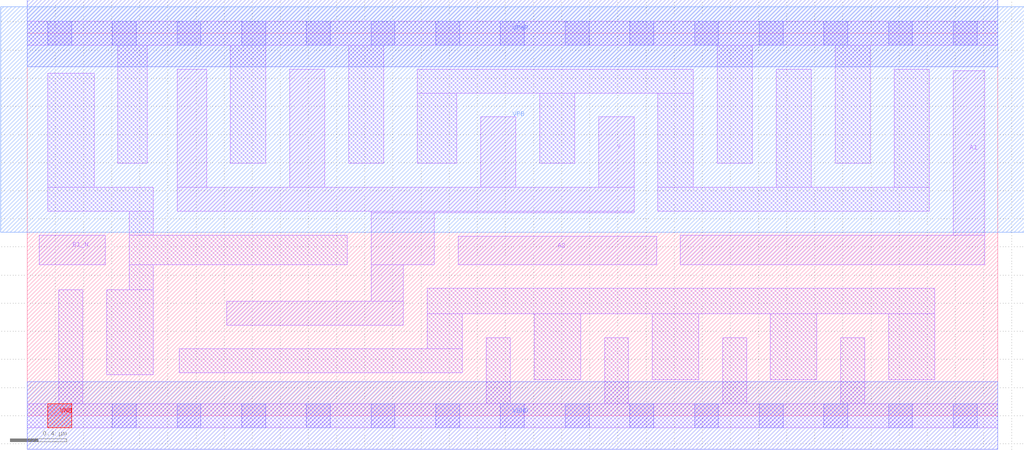
<source format=lef>
# Copyright 2020 The SkyWater PDK Authors
#
# Licensed under the Apache License, Version 2.0 (the "License");
# you may not use this file except in compliance with the License.
# You may obtain a copy of the License at
#
#     https://www.apache.org/licenses/LICENSE-2.0
#
# Unless required by applicable law or agreed to in writing, software
# distributed under the License is distributed on an "AS IS" BASIS,
# WITHOUT WARRANTIES OR CONDITIONS OF ANY KIND, either express or implied.
# See the License for the specific language governing permissions and
# limitations under the License.
#
# SPDX-License-Identifier: Apache-2.0

VERSION 5.7 ;
  NOWIREEXTENSIONATPIN ON ;
  DIVIDERCHAR "/" ;
  BUSBITCHARS "[]" ;
MACRO sky130_fd_sc_hd__o21bai_4
  CLASS CORE ;
  FOREIGN sky130_fd_sc_hd__o21bai_4 ;
  ORIGIN  0.000000  0.000000 ;
  SIZE  6.900000 BY  2.720000 ;
  SYMMETRY X Y R90 ;
  SITE unithd ;
  PIN A1
    ANTENNAGATEAREA  0.990000 ;
    DIRECTION INPUT ;
    USE SIGNAL ;
    PORT
      LAYER li1 ;
        RECT 4.645000 1.075000 6.810000 1.285000 ;
        RECT 6.585000 1.285000 6.810000 2.455000 ;
    END
  END A1
  PIN A2
    ANTENNAGATEAREA  0.990000 ;
    DIRECTION INPUT ;
    USE SIGNAL ;
    PORT
      LAYER li1 ;
        RECT 3.065000 1.075000 4.475000 1.275000 ;
    END
  END A2
  PIN B1_N
    ANTENNAGATEAREA  0.247500 ;
    DIRECTION INPUT ;
    USE SIGNAL ;
    PORT
      LAYER li1 ;
        RECT 0.085000 1.075000 0.555000 1.285000 ;
    END
  END B1_N
  PIN VNB
    PORT
      LAYER pwell ;
        RECT 0.145000 -0.085000 0.315000 0.085000 ;
    END
  END VNB
  PIN VPB
    PORT
      LAYER nwell ;
        RECT -0.190000 1.305000 7.090000 2.910000 ;
    END
  END VPB
  PIN Y
    ANTENNADIFFAREA  1.431000 ;
    DIRECTION OUTPUT ;
    USE SIGNAL ;
    PORT
      LAYER li1 ;
        RECT 1.065000 1.455000 4.315000 1.625000 ;
        RECT 1.065000 1.625000 1.275000 2.465000 ;
        RECT 1.420000 0.645000 2.675000 0.815000 ;
        RECT 1.865000 1.625000 2.115000 2.465000 ;
        RECT 2.445000 0.815000 2.675000 1.075000 ;
        RECT 2.445000 1.075000 2.895000 1.445000 ;
        RECT 2.445000 1.445000 4.315000 1.455000 ;
        RECT 3.225000 1.625000 3.475000 2.125000 ;
        RECT 4.065000 1.625000 4.315000 2.125000 ;
    END
  END Y
  PIN VGND
    DIRECTION INOUT ;
    SHAPE ABUTMENT ;
    USE GROUND ;
    PORT
      LAYER met1 ;
        RECT 0.000000 -0.240000 6.900000 0.240000 ;
    END
  END VGND
  PIN VPWR
    DIRECTION INOUT ;
    SHAPE ABUTMENT ;
    USE POWER ;
    PORT
      LAYER met1 ;
        RECT 0.000000 2.480000 6.900000 2.960000 ;
    END
  END VPWR
  OBS
    LAYER li1 ;
      RECT 0.000000 -0.085000 6.900000 0.085000 ;
      RECT 0.000000  2.635000 6.900000 2.805000 ;
      RECT 0.145000  1.455000 0.895000 1.625000 ;
      RECT 0.145000  1.625000 0.475000 2.435000 ;
      RECT 0.225000  0.085000 0.395000 0.895000 ;
      RECT 0.565000  0.290000 0.895000 0.895000 ;
      RECT 0.645000  1.795000 0.855000 2.635000 ;
      RECT 0.725000  0.895000 0.895000 1.075000 ;
      RECT 0.725000  1.075000 2.275000 1.285000 ;
      RECT 0.725000  1.285000 0.895000 1.455000 ;
      RECT 1.080000  0.305000 3.095000 0.475000 ;
      RECT 1.445000  1.795000 1.695000 2.635000 ;
      RECT 2.285000  1.795000 2.535000 2.635000 ;
      RECT 2.775000  1.795000 3.055000 2.295000 ;
      RECT 2.775000  2.295000 4.735000 2.465000 ;
      RECT 2.845000  0.475000 3.095000 0.725000 ;
      RECT 2.845000  0.725000 6.455000 0.905000 ;
      RECT 3.265000  0.085000 3.435000 0.555000 ;
      RECT 3.605000  0.255000 3.935000 0.725000 ;
      RECT 3.645000  1.795000 3.895000 2.295000 ;
      RECT 4.105000  0.085000 4.275000 0.555000 ;
      RECT 4.445000  0.255000 4.775000 0.725000 ;
      RECT 4.485000  1.455000 6.415000 1.625000 ;
      RECT 4.485000  1.625000 4.735000 2.295000 ;
      RECT 4.905000  1.795000 5.155000 2.635000 ;
      RECT 4.945000  0.085000 5.115000 0.555000 ;
      RECT 5.285000  0.255000 5.615000 0.725000 ;
      RECT 5.325000  1.625000 5.575000 2.465000 ;
      RECT 5.745000  1.795000 5.995000 2.635000 ;
      RECT 5.785000  0.085000 5.955000 0.555000 ;
      RECT 6.125000  0.255000 6.455000 0.725000 ;
      RECT 6.165000  1.625000 6.415000 2.465000 ;
    LAYER mcon ;
      RECT 0.145000 -0.085000 0.315000 0.085000 ;
      RECT 0.145000  2.635000 0.315000 2.805000 ;
      RECT 0.605000 -0.085000 0.775000 0.085000 ;
      RECT 0.605000  2.635000 0.775000 2.805000 ;
      RECT 1.065000 -0.085000 1.235000 0.085000 ;
      RECT 1.065000  2.635000 1.235000 2.805000 ;
      RECT 1.525000 -0.085000 1.695000 0.085000 ;
      RECT 1.525000  2.635000 1.695000 2.805000 ;
      RECT 1.985000 -0.085000 2.155000 0.085000 ;
      RECT 1.985000  2.635000 2.155000 2.805000 ;
      RECT 2.445000 -0.085000 2.615000 0.085000 ;
      RECT 2.445000  2.635000 2.615000 2.805000 ;
      RECT 2.905000 -0.085000 3.075000 0.085000 ;
      RECT 2.905000  2.635000 3.075000 2.805000 ;
      RECT 3.365000 -0.085000 3.535000 0.085000 ;
      RECT 3.365000  2.635000 3.535000 2.805000 ;
      RECT 3.825000 -0.085000 3.995000 0.085000 ;
      RECT 3.825000  2.635000 3.995000 2.805000 ;
      RECT 4.285000 -0.085000 4.455000 0.085000 ;
      RECT 4.285000  2.635000 4.455000 2.805000 ;
      RECT 4.745000 -0.085000 4.915000 0.085000 ;
      RECT 4.745000  2.635000 4.915000 2.805000 ;
      RECT 5.205000 -0.085000 5.375000 0.085000 ;
      RECT 5.205000  2.635000 5.375000 2.805000 ;
      RECT 5.665000 -0.085000 5.835000 0.085000 ;
      RECT 5.665000  2.635000 5.835000 2.805000 ;
      RECT 6.125000 -0.085000 6.295000 0.085000 ;
      RECT 6.125000  2.635000 6.295000 2.805000 ;
      RECT 6.585000 -0.085000 6.755000 0.085000 ;
      RECT 6.585000  2.635000 6.755000 2.805000 ;
  END
END sky130_fd_sc_hd__o21bai_4
END LIBRARY

</source>
